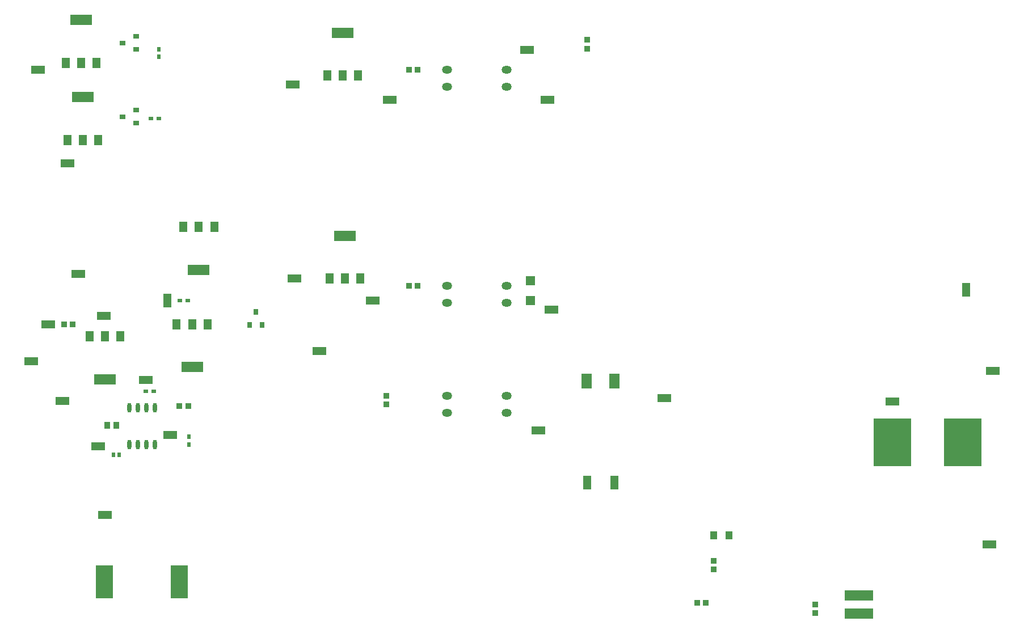
<source format=gbr>
%TF.GenerationSoftware,Altium Limited,Altium Designer,18.1.9 (240)*%
G04 Layer_Color=8421504*
%FSLAX26Y26*%
%MOIN*%
%TF.FileFunction,Paste,Top*%
%TF.Part,Single*%
G01*
G75*
%TA.AperFunction,SMDPad,CuDef*%
%ADD10R,0.023622X0.025197*%
%ADD11R,0.031496X0.035433*%
%ADD12R,0.029528X0.023622*%
%ADD13R,0.047244X0.059055*%
%ADD14R,0.129921X0.059055*%
%ADD15R,0.080709X0.045276*%
%ADD16R,0.045276X0.080709*%
%ADD17R,0.035433X0.039370*%
%ADD18R,0.033465X0.037402*%
%ADD19R,0.035433X0.031496*%
%ADD20R,0.023622X0.029528*%
%ADD21O,0.059055X0.047244*%
%ADD22R,0.037402X0.033465*%
%ADD23R,0.169291X0.062992*%
%ADD24R,0.098425X0.196850*%
%ADD25R,0.057087X0.053150*%
%ADD26R,0.043307X0.051181*%
%ADD27O,0.023622X0.057087*%
%ADD28R,0.220472X0.284646*%
%ADD29R,0.062992X0.086614*%
D10*
X1088189Y1299213D02*
D03*
X1053543D02*
D03*
D11*
X1852362Y2061024D02*
D03*
X1927165D02*
D03*
X1889764Y2139764D02*
D03*
D12*
X1489527Y2204724D02*
D03*
X1444252D02*
D03*
X1289496Y1673228D02*
D03*
X1244220D02*
D03*
X1319606Y3275197D02*
D03*
X1274331D02*
D03*
D13*
X1645669Y2637930D02*
D03*
X1555118D02*
D03*
X1464567D02*
D03*
X773622Y3602362D02*
D03*
X864173D02*
D03*
X954725D02*
D03*
X2503937Y2334646D02*
D03*
X2413386D02*
D03*
X2322835D02*
D03*
X964567Y3149606D02*
D03*
X874016D02*
D03*
X783465D02*
D03*
X1425197Y2066929D02*
D03*
X1515748D02*
D03*
X1606299D02*
D03*
X913386Y1994862D02*
D03*
X1003937D02*
D03*
X1094488D02*
D03*
X2311024Y3527559D02*
D03*
X2401575D02*
D03*
X2492126D02*
D03*
D14*
X1555118Y2385961D02*
D03*
X864173Y3854331D02*
D03*
X2413386Y2586614D02*
D03*
X874016Y3401575D02*
D03*
X1515748Y1814961D02*
D03*
X1003937Y1742894D02*
D03*
X2401575Y3779528D02*
D03*
D15*
X669291Y2066929D02*
D03*
X2106299Y3476378D02*
D03*
X997047Y2114768D02*
D03*
X570866Y1850394D02*
D03*
X783465Y3011811D02*
D03*
X609055Y3562992D02*
D03*
X2677165Y3385827D02*
D03*
X2578740Y2204724D02*
D03*
X752953Y1614803D02*
D03*
X1243701Y1738642D02*
D03*
X1387991Y1416338D02*
D03*
X2118110Y2334646D02*
D03*
X964567Y1350394D02*
D03*
X2263780Y1909449D02*
D03*
X1003937Y944882D02*
D03*
X6200787Y773622D02*
D03*
X5629921Y1614173D02*
D03*
X6220472Y1791339D02*
D03*
X846457Y2362205D02*
D03*
X3549213Y1442913D02*
D03*
X4291339Y1633858D02*
D03*
X3626968Y2151575D02*
D03*
X3602362Y3386220D02*
D03*
X3484252Y3678287D02*
D03*
D16*
X1370709Y2206496D02*
D03*
X3996063Y1136826D02*
D03*
X3838583Y1136811D02*
D03*
X6062992Y2270669D02*
D03*
D17*
X1070866Y1473583D02*
D03*
X1017717D02*
D03*
D18*
X1492480Y1585275D02*
D03*
X1441299D02*
D03*
X2840551Y2294095D02*
D03*
X2789370D02*
D03*
X763191Y2066929D02*
D03*
X814372D02*
D03*
X4482283Y427953D02*
D03*
X4533465D02*
D03*
X2840551Y3564173D02*
D03*
X2789370D02*
D03*
D19*
X1107013Y3287402D02*
D03*
X1185753Y3324803D02*
D03*
Y3250000D02*
D03*
X1107598Y3720472D02*
D03*
X1186339Y3757874D02*
D03*
Y3683071D02*
D03*
D20*
X1496063Y1360866D02*
D03*
Y1406142D02*
D03*
X1318898Y3638780D02*
D03*
Y3684055D02*
D03*
D21*
X3364173Y1544488D02*
D03*
Y1644488D02*
D03*
X3013780Y1544488D02*
D03*
Y1644488D02*
D03*
X3013780Y2294095D02*
D03*
Y2194095D02*
D03*
X3364173Y2294095D02*
D03*
Y2194095D02*
D03*
X3013779Y3564173D02*
D03*
Y3464173D02*
D03*
X3364173Y3564173D02*
D03*
Y3464173D02*
D03*
D22*
X5177165Y368110D02*
D03*
Y419291D02*
D03*
X3838583Y3738327D02*
D03*
Y3687146D02*
D03*
X2657480Y1594488D02*
D03*
Y1645669D02*
D03*
X4580709Y624413D02*
D03*
Y675594D02*
D03*
D23*
X5433071Y472441D02*
D03*
Y366142D02*
D03*
D24*
X999016Y551181D02*
D03*
X1441929D02*
D03*
D25*
X3503937Y2207323D02*
D03*
Y2323465D02*
D03*
D26*
X4580709Y826772D02*
D03*
X4671260D02*
D03*
D27*
X1296968Y1574449D02*
D03*
X1246968D02*
D03*
X1196968D02*
D03*
X1146968D02*
D03*
X1296968Y1359882D02*
D03*
X1246968D02*
D03*
X1196968D02*
D03*
X1146968D02*
D03*
D28*
X6043307Y1371062D02*
D03*
X5629921D02*
D03*
D29*
X3996063Y1732284D02*
D03*
X3834646D02*
D03*
%TF.MD5,9d6a043e88dc2e6b5cbc9aec1144c10c*%
M02*

</source>
